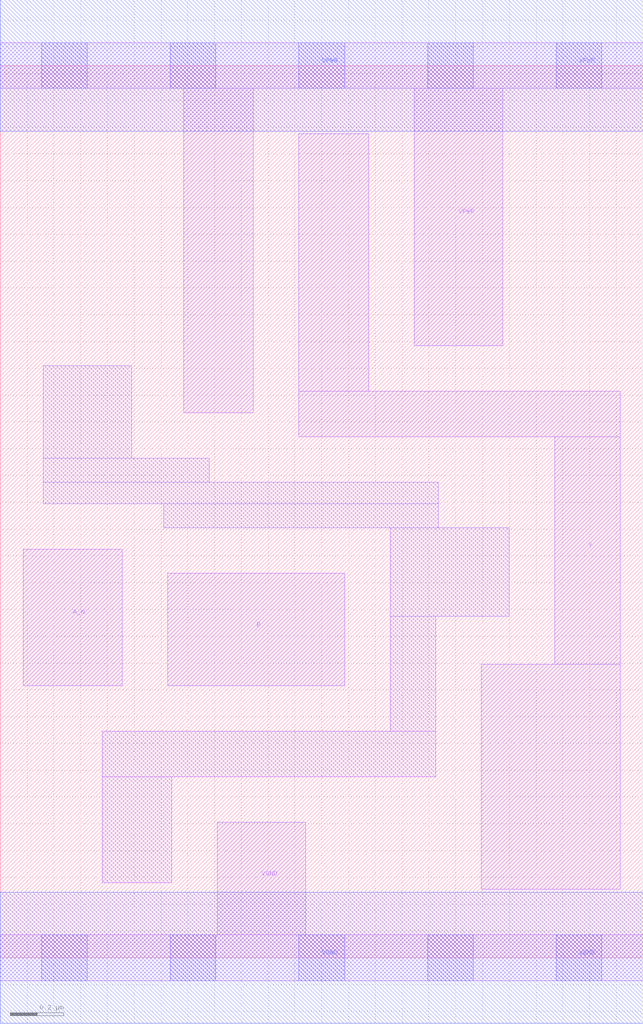
<source format=lef>
# Copyright 2020 The SkyWater PDK Authors
#
# Licensed under the Apache License, Version 2.0 (the "License");
# you may not use this file except in compliance with the License.
# You may obtain a copy of the License at
#
#     https://www.apache.org/licenses/LICENSE-2.0
#
# Unless required by applicable law or agreed to in writing, software
# distributed under the License is distributed on an "AS IS" BASIS,
# WITHOUT WARRANTIES OR CONDITIONS OF ANY KIND, either express or implied.
# See the License for the specific language governing permissions and
# limitations under the License.
#
# SPDX-License-Identifier: Apache-2.0

VERSION 5.7 ;
  NAMESCASESENSITIVE ON ;
  NOWIREEXTENSIONATPIN ON ;
  DIVIDERCHAR "/" ;
  BUSBITCHARS "[]" ;
UNITS
  DATABASE MICRONS 200 ;
END UNITS
MACRO sky130_fd_sc_lp__nand2b_1
  CLASS CORE ;
  SOURCE USER ;
  FOREIGN sky130_fd_sc_lp__nand2b_1 ;
  ORIGIN  0.000000  0.000000 ;
  SIZE  2.400000 BY  3.330000 ;
  SYMMETRY X Y R90 ;
  SITE unit ;
  PIN A_N
    ANTENNAGATEAREA  0.126000 ;
    DIRECTION INPUT ;
    USE SIGNAL ;
    PORT
      LAYER li1 ;
        RECT 0.085000 1.015000 0.455000 1.525000 ;
    END
  END A_N
  PIN B
    ANTENNAGATEAREA  0.315000 ;
    DIRECTION INPUT ;
    USE SIGNAL ;
    PORT
      LAYER li1 ;
        RECT 0.625000 1.015000 1.285000 1.435000 ;
    END
  END B
  PIN Y
    ANTENNADIFFAREA  0.638400 ;
    DIRECTION OUTPUT ;
    USE SIGNAL ;
    PORT
      LAYER li1 ;
        RECT 1.115000 1.945000 2.315000 2.115000 ;
        RECT 1.115000 2.115000 1.375000 3.075000 ;
        RECT 1.795000 0.255000 2.315000 1.095000 ;
        RECT 2.070000 1.095000 2.315000 1.945000 ;
    END
  END Y
  PIN VGND
    DIRECTION INOUT ;
    USE GROUND ;
    PORT
      LAYER li1 ;
        RECT 0.000000 -0.085000 2.400000 0.085000 ;
        RECT 0.810000  0.085000 1.140000 0.505000 ;
      LAYER mcon ;
        RECT 0.155000 -0.085000 0.325000 0.085000 ;
        RECT 0.635000 -0.085000 0.805000 0.085000 ;
        RECT 1.115000 -0.085000 1.285000 0.085000 ;
        RECT 1.595000 -0.085000 1.765000 0.085000 ;
        RECT 2.075000 -0.085000 2.245000 0.085000 ;
      LAYER met1 ;
        RECT 0.000000 -0.245000 2.400000 0.245000 ;
    END
  END VGND
  PIN VPWR
    DIRECTION INOUT ;
    USE POWER ;
    PORT
      LAYER li1 ;
        RECT 0.000000 3.245000 2.400000 3.415000 ;
        RECT 0.685000 2.035000 0.945000 3.245000 ;
        RECT 1.545000 2.285000 1.875000 3.245000 ;
      LAYER mcon ;
        RECT 0.155000 3.245000 0.325000 3.415000 ;
        RECT 0.635000 3.245000 0.805000 3.415000 ;
        RECT 1.115000 3.245000 1.285000 3.415000 ;
        RECT 1.595000 3.245000 1.765000 3.415000 ;
        RECT 2.075000 3.245000 2.245000 3.415000 ;
      LAYER met1 ;
        RECT 0.000000 3.085000 2.400000 3.575000 ;
    END
  END VPWR
  OBS
    LAYER li1 ;
      RECT 0.160000 1.695000 1.635000 1.775000 ;
      RECT 0.160000 1.775000 0.780000 1.865000 ;
      RECT 0.160000 1.865000 0.490000 2.210000 ;
      RECT 0.380000 0.280000 0.640000 0.675000 ;
      RECT 0.380000 0.675000 1.625000 0.845000 ;
      RECT 0.610000 1.605000 1.635000 1.695000 ;
      RECT 1.455000 0.845000 1.625000 1.275000 ;
      RECT 1.455000 1.275000 1.900000 1.605000 ;
  END
END sky130_fd_sc_lp__nand2b_1

</source>
